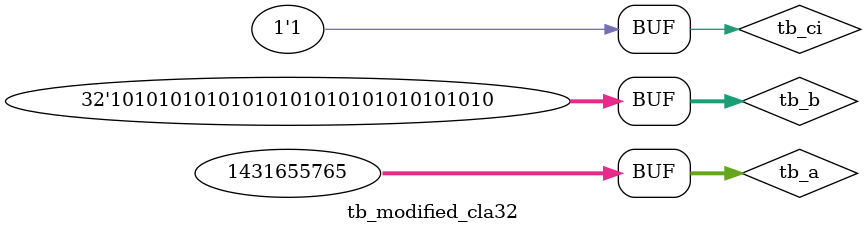
<source format=v>
`timescale 1ns/100ps //set timescale, unit/precision

module tb_modified_cla32; // module name, tb_cla32
	reg [31:0] tb_a, tb_b; // register 32bit tb_a, tb_b
	reg tb_ci; // register 1bit tb_ci
	wire [31:0] tb_s; // 32bit wire tb_s
	wire tb_co; // 1bit wire tb_co

	
	modified_cla32  test_cla32(.co(tb_co), .s(tb_s), .a(tb_a), .b(tb_b), .ci(tb_ci)); // use cla32 module
	
	initial begin // verificate testcase
		tb_a=32'h00000000; tb_b=32'h00000000; tb_ci=1'b1; #10; // testcase, check first carry in
		tb_a=32'h00000001; tb_b=32'h00000000; tb_ci=1'b0; #10; //testcase, sum is correct?
		tb_a=32'h00000001; tb_b=32'h00000001; tb_ci=1'b0; #10; // testcase, carry is correctly occur?
		tb_a=32'hffffffff; tb_b=32'h00000000; tb_ci=1'b1; #10; // testcase, 32bit over, is correctly carry out occur?
		tb_a=32'b01010101010101010101010101010101; tb_b=32'b10101010101010101010101010101010; tb_ci=1'b0; #10; // test case all bits are 1
		tb_a=32'b01010101010101010101010101010101; tb_b=32'b10101010101010101010101010101010; tb_ci=1'b1; #10; // test case carry out, s occur)

	end

endmodule 
</source>
